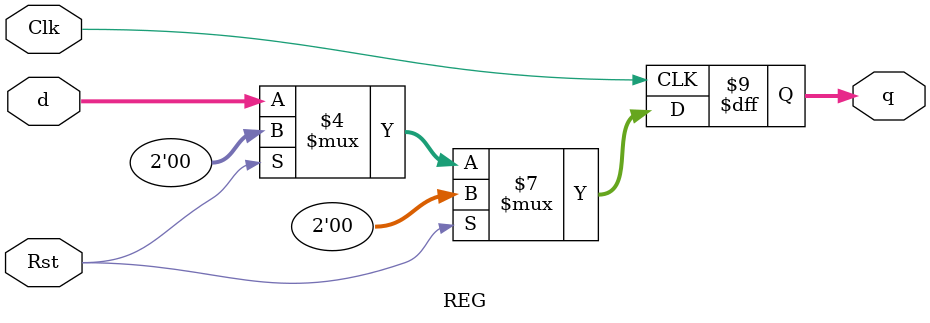
<source format=v>
`timescale 1ns / 1ps


module REG( d, Clk, Rst, q );

    parameter DATAWIDTH = 2;
    input [DATAWIDTH-1:0] d;
    input Clk, Rst;
    output reg [DATAWIDTH-1:0] q;
    
    always @ ( posedge Clk ) begin
        q <= 0;
        if (Rst == 1) begin
            q <= 0;
        end
        else if ( Rst == 0 ) begin
            q <= d;
        end
    end
endmodule

</source>
